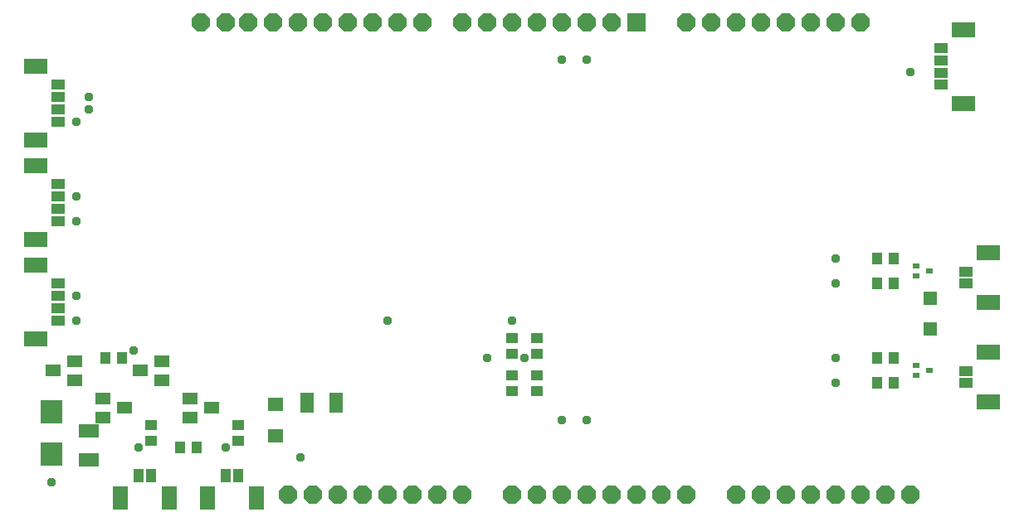
<source format=gbr>
G04 EAGLE Gerber RS-274X export*
G75*
%MOMM*%
%FSLAX34Y34*%
%LPD*%
%INSoldermask Top*%
%IPPOS*%
%AMOC8*
5,1,8,0,0,1.08239X$1,22.5*%
G01*
G04 Define Apertures*
%ADD10R,1.003200X1.403200*%
%ADD11R,1.503200X2.353200*%
%ADD12P,2.03446X8X22.5*%
%ADD13R,1.879600X1.879600*%
%ADD14R,2.327100X2.487300*%
%ADD15R,1.564400X1.317800*%
%ADD16R,1.603200X1.203200*%
%ADD17R,1.001900X1.177100*%
%ADD18R,1.367800X2.018500*%
%ADD19R,2.018500X1.367800*%
%ADD20R,1.177100X1.001900*%
%ADD21R,1.403200X1.003200*%
%ADD22R,2.353200X1.503200*%
%ADD23R,0.713200X0.603200*%
%ADD24R,1.373200X1.383200*%
%ADD25C,0.959600*%
D10*
X215900Y45130D03*
X228400Y45130D03*
D11*
X196900Y22180D03*
X247400Y22180D03*
D10*
X127000Y45130D03*
X139500Y45130D03*
D11*
X108000Y22180D03*
X158500Y22180D03*
D12*
X533400Y508000D03*
X508000Y25400D03*
X558800Y508000D03*
X584200Y508000D03*
X609600Y508000D03*
D13*
X635000Y508000D03*
D12*
X508000Y508000D03*
X482600Y508000D03*
X457200Y508000D03*
X416560Y508000D03*
X391160Y508000D03*
X365760Y508000D03*
X340360Y508000D03*
X314960Y508000D03*
X289560Y508000D03*
X264160Y508000D03*
X238760Y508000D03*
X533400Y25400D03*
X558800Y25400D03*
X584200Y25400D03*
X609600Y25400D03*
X635000Y25400D03*
X457200Y25400D03*
X431800Y25400D03*
X406400Y25400D03*
X381000Y25400D03*
X355600Y25400D03*
X330200Y25400D03*
X685800Y508000D03*
X711200Y508000D03*
X736600Y508000D03*
X762000Y508000D03*
X787400Y508000D03*
X812800Y508000D03*
X838200Y508000D03*
X863600Y508000D03*
X660400Y25400D03*
X685800Y25400D03*
X736600Y25400D03*
X762000Y25400D03*
X787400Y25400D03*
X812800Y25400D03*
X838200Y25400D03*
X863600Y25400D03*
X889000Y25400D03*
X914400Y25400D03*
X215900Y508000D03*
X190500Y508000D03*
X304800Y25400D03*
X279400Y25400D03*
D14*
X38100Y110541D03*
X38100Y67259D03*
D15*
X266700Y117604D03*
X266700Y85596D03*
D16*
X39800Y152400D03*
X61800Y161900D03*
X61800Y142900D03*
X128700Y152400D03*
X150700Y161900D03*
X150700Y142900D03*
X112600Y114300D03*
X90600Y104800D03*
X90600Y123800D03*
X201500Y114300D03*
X179500Y104800D03*
X179500Y123800D03*
D17*
X185952Y73660D03*
X169648Y73660D03*
X109752Y165100D03*
X93448Y165100D03*
D18*
X328141Y119380D03*
X298633Y119380D03*
D19*
X76200Y90954D03*
X76200Y61446D03*
D20*
X139700Y80748D03*
X139700Y97052D03*
X228600Y80748D03*
X228600Y97052D03*
X508000Y147852D03*
X508000Y131548D03*
X533400Y147852D03*
X533400Y131548D03*
D21*
X45130Y241300D03*
X45130Y228800D03*
X45130Y216300D03*
X45130Y203800D03*
D22*
X22180Y260300D03*
X22180Y184800D03*
D21*
X45130Y342900D03*
X45130Y330400D03*
X45130Y317900D03*
X45130Y305400D03*
D22*
X22180Y361900D03*
X22180Y286400D03*
D20*
X508000Y185952D03*
X508000Y169648D03*
X533400Y185952D03*
X533400Y169648D03*
D21*
X45130Y444500D03*
X45130Y432000D03*
X45130Y419500D03*
X45130Y407000D03*
D22*
X22180Y463500D03*
X22180Y388000D03*
D21*
X970870Y241300D03*
X970870Y253800D03*
D22*
X993820Y222300D03*
X993820Y272800D03*
D21*
X970870Y139700D03*
X970870Y152200D03*
D22*
X993820Y120700D03*
X993820Y171200D03*
D17*
X880848Y266700D03*
X897152Y266700D03*
D23*
X920650Y157400D03*
X920650Y147400D03*
X933550Y152400D03*
X920650Y259000D03*
X920650Y249000D03*
X933550Y254000D03*
D17*
X880848Y241300D03*
X897152Y241300D03*
X880848Y139700D03*
X897152Y139700D03*
X880848Y165100D03*
X897152Y165100D03*
D24*
X934720Y194920D03*
X934720Y226720D03*
D21*
X945470Y444500D03*
X945470Y457000D03*
X945470Y469500D03*
X945470Y482000D03*
D22*
X968420Y425500D03*
X968420Y501000D03*
D25*
X215900Y73660D03*
X127000Y73660D03*
X38100Y38100D03*
X121920Y172720D03*
X292100Y63500D03*
X508000Y203200D03*
X63500Y203200D03*
X63500Y304800D03*
X63500Y406400D03*
X838200Y241300D03*
X838200Y139700D03*
X914400Y457200D03*
X482600Y165100D03*
X63500Y228600D03*
X63500Y330200D03*
X520700Y165100D03*
X76200Y431800D03*
X584200Y101600D03*
X76200Y419100D03*
X558800Y101600D03*
X838200Y165100D03*
X558800Y469900D03*
X838200Y266700D03*
X584200Y469900D03*
X381000Y203200D03*
M02*

</source>
